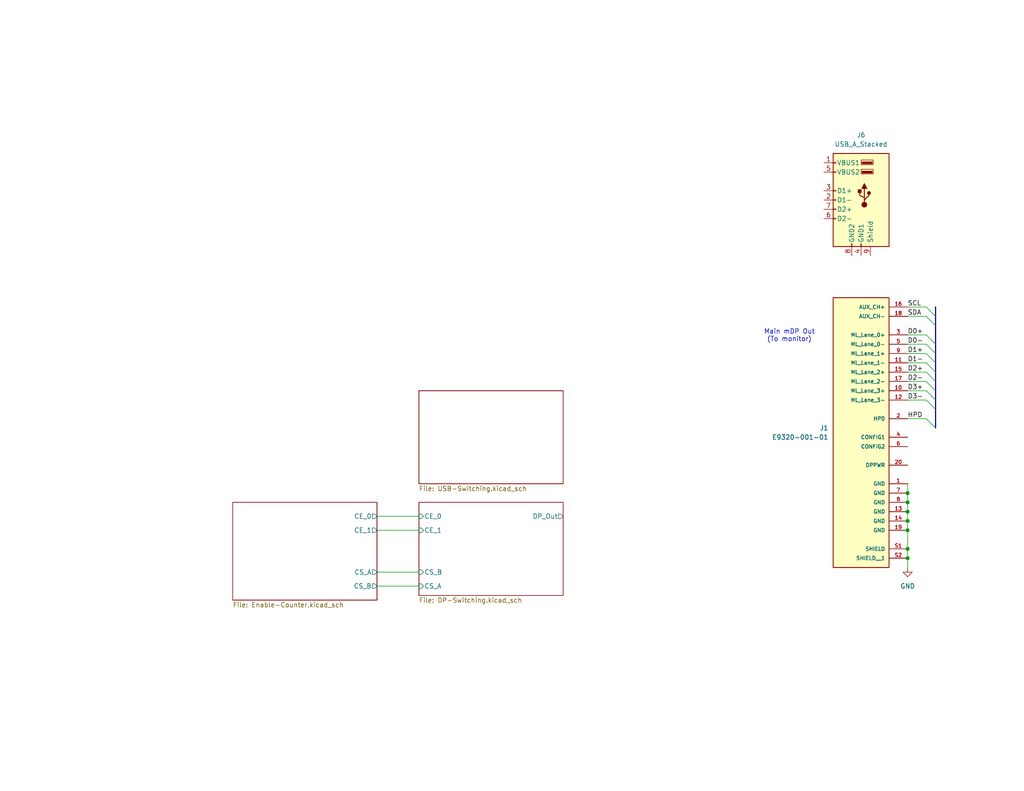
<source format=kicad_sch>
(kicad_sch (version 20250114) (generator "eeschema") (generator_version "9.0")
  (paper "USLetter")
  (title_block (title "Custom KVM") (date "2025-02-13") (rev "1") (company "rieberger.ca"))
  (lib_symbols
    (symbol "Connector:USB_A_Stacked" (pin_names (offset 1.016))
      (property "Reference" "J" (at 0 15.875 0))
      (property "Value" "USB_A_Stacked" (at 0 13.97 0))
      (symbol "USB_A_Stacked_0_1"
        (rectangle (start -7.62 12.7) (end 7.62 -12.7) (stroke (width 0.254)) (fill (type background)))
        (circle (center -2.159 1.905) (radius 0.381) (stroke (width 0.254)) (fill (type outline)))
        (polyline (pts (xy -1.524 3.175) (xy -0.254 3.175) (xy -0.889 4.445) (xy -1.524 3.175)) (stroke (width 0.254)) (fill (type outline)))
        (polyline (pts (xy -0.889 0) (xy -0.889 0.635) (xy 0.381 1.27) (xy 0.381 2.54)) (stroke (width 0.254)))
        (polyline (pts (xy -0.889 -0.635) (xy -0.889 0) (xy -2.159 1.27) (xy -2.159 1.905)) (stroke (width 0.254)))
        (circle (center -0.889 -1.27) (radius 0.635) (stroke (width 0.254)) (fill (type outline)))
        (rectangle (start -0.254 9.906) (end -3.048 10.414) (fill (type outline)))
        (rectangle (start -0.254 7.366) (end -3.048 7.874) (fill (type outline)))
        (rectangle (start -0.127 -12.7) (end 0.127 -11.938))
        (rectangle (start 0 9.652) (end -3.302 10.922))
        (rectangle (start 0 7.112) (end -3.302 8.382))
        (rectangle (start 0 2.794) (end 0.762 2.032) (stroke (width 0.254)) (fill (type outline)))
        (rectangle (start 2.413 -12.7) (end 2.667 -11.938))
        (rectangle (start 7.62 10.033) (end 6.858 10.287))
        (rectangle (start 7.62 7.493) (end 6.858 7.747))
        (rectangle (start 7.62 2.413) (end 6.858 2.667))
        (rectangle (start 7.62 -0.127) (end 6.858 0.127))
        (rectangle (start 7.62 -2.667) (end 6.858 -2.413))
        (rectangle (start 7.62 -5.207) (end 6.858 -4.953))
      )
      (symbol "USB_A_Stacked_1_1"
        (polyline (pts (xy -0.889 0.635) (xy -0.889 3.175)) (stroke (width 0.254)))
        (pin passive line (at -2.54 -15.24 90) (length 2.54) (name "Shield") (number "9"))
        (pin power_in line (at 0 -15.24 90) (length 2.54) (name "GND1") (number "4"))
        (pin power_in line (at 2.54 -15.24 90) (length 2.54) (name "GND2") (number "8"))
        (pin power_in line (at 10.16 10.16 180) (length 2.54) (name "VBUS1") (number "1"))
        (pin power_in line (at 10.16 7.62 180) (length 2.54) (name "VBUS2") (number "5"))
        (pin bidirectional line (at 10.16 2.54 180) (length 2.54) (name "D1+") (number "3"))
        (pin bidirectional line (at 10.16 0 180) (length 2.54) (name "D1-") (number "2"))
        (pin bidirectional line (at 10.16 -2.54 180) (length 2.54) (name "D2+") (number "7"))
        (pin bidirectional line (at 10.16 -5.08 180) (length 2.54) (name "D2-") (number "6"))
      )
    )
    (symbol "Mini-DP:E9320-001-01" (pin_names (offset 1.016))
      (property "Reference" "J" (at -6.858 39.116 0))
      (property "Value" "E9320-001-01" (at -7.112 -39.624 0))
      (symbol "E9320-001-01_0_0"
        (rectangle (start -7.62 38.1) (end 7.62 -35.56) (stroke (width 0.254)) (fill (type background)))
        (pin passive line (at -12.7 -30.48 0) (length 5.08) (name "SHIELD") (number "S1"))
        (pin passive line (at -12.7 -33.02 0) (length 5.08) (name "SHIELD__1") (number "S2"))
      )
      (symbol "E9320-001-01_1_0"
        (pin passive line (at -12.7 35.56 0) (length 5.08) (name "AUX_CH+") (number "16"))
        (pin passive line (at -12.7 33.02 0) (length 5.08) (name "AUX_CH-") (number "18"))
        (pin passive line (at -12.7 27.94 0) (length 5.08) (name "ML_Lane_0+") (number "3"))
        (pin passive line (at -12.7 25.4 0) (length 5.08) (name "ML_Lane_0-") (number "5"))
        (pin passive line (at -12.7 22.86 0) (length 5.08) (name "ML_Lane_1+") (number "9"))
        (pin passive line (at -12.7 20.32 0) (length 5.08) (name "ML_Lane_1-") (number "11"))
        (pin passive line (at -12.7 17.78 0) (length 5.08) (name "ML_Lane_2+") (number "15"))
        (pin passive line (at -12.7 15.24 0) (length 5.08) (name "ML_Lane_2-") (number "17"))
        (pin passive line (at -12.7 12.7 0) (length 5.08) (name "ML_Lane_3+") (number "10"))
        (pin passive line (at -12.7 10.16 0) (length 5.08) (name "ML_Lane_3-") (number "12"))
        (pin passive line (at -12.7 5.08 0) (length 5.08) (name "HPD") (number "2"))
        (pin passive line (at -12.7 0 0) (length 5.08) (name "CONFIG1") (number "4"))
        (pin passive line (at -12.7 -2.54 0) (length 5.08) (name "CONFIG2") (number "6"))
        (pin passive line (at -12.7 -7.62 0) (length 5.08) (name "DPPWR") (number "20"))
        (pin passive line (at -12.7 -12.7 0) (length 5.08) (name "GND") (number "1"))
        (pin passive line (at -12.7 -15.24 0) (length 5.08) (name "GND") (number "7"))
        (pin passive line (at -12.7 -17.78 0) (length 5.08) (name "GND") (number "8"))
        (pin passive line (at -12.7 -20.32 0) (length 5.08) (name "GND") (number "13"))
        (pin passive line (at -12.7 -22.86 0) (length 5.08) (name "GND") (number "14"))
        (pin passive line (at -12.7 -25.4 0) (length 5.08) (name "GND") (number "19"))
      )
    )
    (symbol "power:GND" (power) (pin_names (offset 0))
      (property "Value" "GND" (at 0 -3.81 0))
      (symbol "GND_0_1"
        (polyline (pts (xy 0 0) (xy 0 -1.27) (xy 1.27 -1.27) (xy 0 -2.54) (xy -1.27 -1.27) (xy 0 -1.27)))
      )
      (symbol "GND_1_1"
        (pin power_in line (at 0 0 270) (length 0) (hide yes) (name "GND") (number "1"))
      )
    )
  )
  (bus_alias "DP_Out" (members "D0+" "D0-" "D1+" "D1-" "D2+" "D2-" "D3+" "D3-" "SCL" "SDA" "HPD" "CEC"))
  (text "Main mDP Out\n(To monitor)" (at 215.392 91.694 0) (effects (font (size 1.27 1.27))))
  (junction (at 247.65 152.4))
  (junction (at 247.65 137.16))
  (junction (at 247.65 134.62))
  (junction (at 247.65 149.86))
  (junction (at 247.65 142.24))
  (junction (at 247.65 139.7))
  (junction (at 247.65 144.78))
  (bus_entry (at 255.27 86.36) (size -2.54 -2.54))
  (bus_entry (at 255.27 104.14) (size -2.54 -2.54))
  (bus_entry (at 255.27 96.52) (size -2.54 -2.54))
  (bus_entry (at 255.27 101.6) (size -2.54 -2.54))
  (bus_entry (at 255.27 106.68) (size -2.54 -2.54))
  (bus_entry (at 255.27 99.06) (size -2.54 -2.54))
  (bus_entry (at 255.27 88.9) (size -2.54 -2.54))
  (bus_entry (at 255.27 93.98) (size -2.54 -2.54))
  (bus_entry (at 255.27 109.22) (size -2.54 -2.54))
  (bus_entry (at 255.27 111.76) (size -2.54 -2.54))
  (bus_entry (at 255.27 116.84) (size -2.54 -2.54))
  (bus (pts (xy 255.27 88.9) (xy 255.27 93.98)))
  (wire (pts (xy 247.65 132.08) (xy 247.65 134.62)))
  (bus (pts (xy 255.27 86.36) (xy 255.27 88.9)))
  (wire (pts (xy 102.87 144.78) (xy 114.3 144.78)))
  (wire (pts (xy 102.87 160.02) (xy 114.3 160.02)))
  (wire (pts (xy 247.65 99.06) (xy 252.73 99.06)))
  (wire (pts (xy 247.65 101.6) (xy 252.73 101.6)))
  (bus (pts (xy 255.27 99.06) (xy 255.27 101.6)))
  (wire (pts (xy 252.73 91.44) (xy 247.65 91.44)))
  (wire (pts (xy 252.73 104.14) (xy 247.65 104.14)))
  (wire (pts (xy 252.73 114.3) (xy 247.65 114.3)))
  (wire (pts (xy 247.65 109.22) (xy 252.73 109.22)))
  (wire (pts (xy 247.65 152.4) (xy 247.65 154.94)))
  (bus (pts (xy 255.27 111.76) (xy 255.27 116.84)))
  (bus (pts (xy 255.27 83.82) (xy 255.27 86.36)))
  (wire (pts (xy 247.65 139.7) (xy 247.65 142.24)))
  (bus (pts (xy 255.27 93.98) (xy 255.27 96.52)))
  (wire (pts (xy 247.65 83.82) (xy 252.73 83.82)))
  (wire (pts (xy 247.65 93.98) (xy 252.73 93.98)))
  (bus (pts (xy 255.27 104.14) (xy 255.27 106.68)))
  (wire (pts (xy 247.65 96.52) (xy 252.73 96.52)))
  (wire (pts (xy 247.65 134.62) (xy 247.65 137.16)))
  (wire (pts (xy 247.65 149.86) (xy 247.65 152.4)))
  (bus (pts (xy 255.27 106.68) (xy 255.27 109.22)))
  (bus (pts (xy 255.27 109.22) (xy 255.27 111.76)))
  (wire (pts (xy 247.65 86.36) (xy 252.73 86.36)))
  (wire (pts (xy 247.65 144.78) (xy 247.65 149.86)))
  (wire (pts (xy 102.87 156.21) (xy 114.3 156.21)))
  (wire (pts (xy 247.65 142.24) (xy 247.65 144.78)))
  (bus (pts (xy 255.27 96.52) (xy 255.27 99.06)))
  (wire (pts (xy 247.65 106.68) (xy 252.73 106.68)))
  (wire (pts (xy 102.87 140.97) (xy 114.3 140.97)))
  (bus (pts (xy 255.27 101.6) (xy 255.27 104.14)))
  (wire (pts (xy 247.65 137.16) (xy 247.65 139.7)))
  (label "D0-" (at 247.65 93.98 0))
  (label "D2+" (at 247.65 101.6 0))
  (label "D1+" (at 247.65 96.52 0))
  (label "D0+" (at 247.65 91.44 0))
  (label "SDA" (at 247.65 86.36 0))
  (label "D3+" (at 247.65 106.68 0))
  (label "SCL" (at 247.65 83.82 0))
  (label "D1-" (at 247.65 99.06 0))
  (label "D2-" (at 247.65 104.14 0))
  (label "D3-" (at 247.65 109.22 0))
  (label "HPD" (at 247.65 114.3 0))
  (symbol (lib_id "Connector:USB_A_Stacked") (at 234.95 54.61 0) (mirror y) (unit 1)
    (property "Reference" "J6" (at 234.95 36.83 0))
    (property "Value" "USB_A_Stacked" (at 234.95 39.37 0))
    (property "Description" "USB Type A connector, stacked" (effects (hide yes)))
  )
  (symbol (lib_id "Mini-DP:E9320-001-01") (at 234.95 119.38 0) (mirror y) (unit 1)
    (property "Reference" "J1" (at 226.06 116.8399 0) (effects (justify left)))
    (property "Value" "E9320-001-01" (at 226.06 119.3799 0) (effects (justify left)))
    (property "Footprint" "E9320-001-01:PULSE_E9320-001-01" (effects (hide yes)))
    (property "PARTREV" "01" (effects (hide yes)))
    (property "MANUFACTURER" "Pulse Electronics" (effects (hide yes)))
    (property "MAXIMUM_PACKAGE_HEIGHT" "8.95 mm" (effects (hide yes)))
    (property "STANDARD" "Manufacturer Recommendations" (effects (hide yes)))
  )
  (symbol (lib_id "power:GND") (at 247.65 154.94 0) (unit 1)
    (property "Reference" "#PWR012" (effects (hide yes)))
    (property "Value" "GND" (at 247.65 160.02 0))
    (property "Description" "Power symbol creates a global label with name \"GND\" , ground" (effects (hide yes)))
  )
  (sheet (at 114.3 137.16) (size 39.37 25.4) (stroke (width 0.1524))
    (property "Sheetname" "DP Switching" (effects (hide yes)))
    (property "Sheetfile" "DP-Switching.kicad_sch" (at 114.3 163.1446 0) (effects (justify left top)))
    (pin "DP_Out" output (at 153.67 140.97 0))
    (pin "CE_0" input (at 114.3 140.97 180))
    (pin "CE_1" input (at 114.3 144.78 180))
    (pin "CS_B" input (at 114.3 156.21 180))
    (pin "CS_A" input (at 114.3 160.02 180))
  )
  (sheet (at 63.5 137.16) (size 39.37 26.67) (stroke (width 0.1524))
    (property "Sheetname" "Enable Counter" (effects (hide yes)))
    (property "Sheetfile" "Enable-Counter.kicad_sch" (at 63.5 164.4146 0) (effects (justify left top)))
    (pin "CE_1" output (at 102.87 144.78 0))
    (pin "CS_A" output (at 102.87 156.21 0))
    (pin "CS_B" output (at 102.87 160.02 0))
    (pin "CE_0" output (at 102.87 140.97 0))
  )
  (sheet (at 114.3 106.68) (size 39.37 25.4) (stroke (width 0.1524))
    (property "Sheetname" "USB Switching" (effects (hide yes)))
    (property "Sheetfile" "USB-Switching.kicad_sch" (at 114.3 132.6646 0) (effects (justify left top)))
  )
)
</source>
